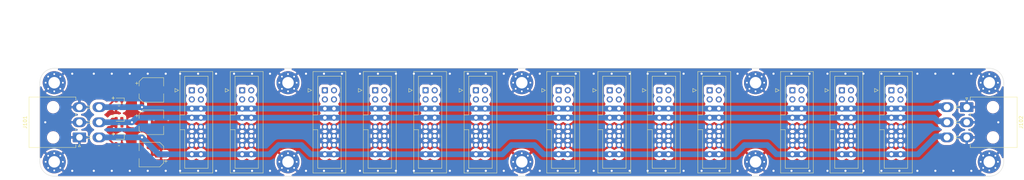
<source format=kicad_pcb>
(kicad_pcb (version 20221018) (generator pcbnew)
  (layers (0 "F.Cu" signal) (31 "B.Cu" signal) (34 "B.Paste" user) (35 "F.Paste" user) (36 "B.SilkS" user "B.Silkscreen") (37 "F.SilkS" user "F.Silkscreen") (38 "B.Mask" user) (39 "F.Mask" user) (44 "Edge.Cuts" user))
  (net 0 "")
  (net 1 "GND")
  (net 2 "Net-(D101-K)")
  (net 3 "Net-(D102-K)")
  (net 4 "Net-(D103-K)")
  (net 6 "+5V")
  (net 7 "+12V")
  (net 8 "-12V")
  (footprint "Connector_Molex:Molex_Mini-Fit_Jr_5569-06A2_2x03_P4.20mm_Horizontal" (layer "F.Cu") (at 270.725 60.8 -90)
    (fp_text reference "J102")
    (fp_text value "Conn_02x03_Top_Bottom")
  )
  (footprint "Connector_IDC:IDC-Header_2x08_P2.54mm_Vertical" (layer "F.Cu") (at 157.2475 56.11)
    (fp_text reference "J106" hide)
    (fp_text value "Conn_02x08_Odd_Even")
  )
  (footprint "MountingHole:MountingHole_3.2mm_M3_Pad_Via" (layer "F.Cu") (at 212 54)
    (fp_text reference "H109" hide)
    (fp_text value "MountingHole_Pad")
  )
  (footprint "Connector_Molex:Molex_Mini-Fit_Jr_5569-06A2_2x03_P4.20mm_Horizontal" (layer "F.Cu") (at 24 69.2 90)
    (fp_text reference "J101")
    (fp_text value "Conn_02x03_Top_Bottom")
  )
  (footprint "Connector_IDC:IDC-Header_2x08_P2.54mm_Vertical" (layer "F.Cu") (at 55.2475 56.11)
    (fp_text reference "J112" hide)
    (fp_text value "Conn_02x08_Odd_Even")
  )
  (footprint "MountingHole:MountingHole_3.2mm_M3_Pad_Via" (layer "F.Cu") (at 147 54)
    (fp_text reference "H105" hide)
    (fp_text value "MountingHole_Pad")
  )
  (footprint "Connector_IDC:IDC-Header_2x08_P2.54mm_Vertical" (layer "F.Cu") (at 222.2475 56.11)
    (fp_text reference "J113" hide)
    (fp_text value "Conn_02x08_Odd_Even")
  )
  (footprint "LED_SMD:LED_0603_1608Metric" (layer "F.Cu") (at 35 59 180)
    (fp_text reference "D101" hide)
    (fp_text value "RED")
  )
  (footprint "Connector_IDC:IDC-Header_2x08_P2.54mm_Vertical" (layer "F.Cu") (at 92.2475 56.11)
    (fp_text reference "J103" hide)
    (fp_text value "Conn_02x08_Odd_Even")
  )
  (footprint "Connector_IDC:IDC-Header_2x08_P2.54mm_Vertical" (layer "F.Cu") (at 171.46 56.11)
    (fp_text reference "J107" hide)
    (fp_text value "Conn_02x08_Odd_Even")
  )
  (footprint "Resistor_SMD:R_0603_1608Metric" (layer "F.Cu") (at 35 66 180)
    (fp_text reference "R103" hide)
    (fp_text value "1k")
  )
  (footprint "Capacitor_SMD:CP_Elec_6.3x7.7" (layer "F.Cu") (at 44 74 180)
    (fp_text reference "C102" hide)
    (fp_text value "100uF/25V")
  )
  (footprint "Capacitor_SMD:CP_Elec_6.3x7.7" (layer "F.Cu") (at 44 56)
    (fp_text reference "C101" hide)
    (fp_text value "100uF/25V")
  )
  (footprint "LED_SMD:LED_0603_1608Metric" (layer "F.Cu") (at 35 64 180)
    (fp_text reference "D103" hide)
    (fp_text value "RED")
  )
  (footprint "Connector_IDC:IDC-Header_2x08_P2.54mm_Vertical" (layer "F.Cu") (at 236.005 56.11)
    (fp_text reference "J114" hide)
    (fp_text value "Conn_02x08_Odd_Even")
  )
  (footprint "MountingHole:MountingHole_3.2mm_M3_Pad_Via" (layer "F.Cu") (at 147 76)
    (fp_text reference "H108" hide)
    (fp_text value "MountingHole_Pad")
  )
  (footprint "MountingHole:MountingHole_3.2mm_M3_Pad_Via" (layer "F.Cu") (at 212 76)
    (fp_text reference "H110" hide)
    (fp_text value "MountingHole_Pad")
  )
  (footprint "MountingHole:MountingHole_3.2mm_M3_Pad_Via" (layer "F.Cu") (at 17 54)
    (fp_text reference "H103" hide)
    (fp_text value "MountingHole_Pad")
  )
  (footprint "LED_SMD:LED_0603_1608Metric" (layer "F.Cu") (at 35 69 180)
    (fp_text reference "D102" hide)
    (fp_text value "RED")
  )
  (footprint "Resistor_SMD:R_0603_1608Metric" (layer "F.Cu") (at 35 61 180)
    (fp_text reference "R101" hide)
    (fp_text value "1k")
  )
  (footprint "Connector_IDC:IDC-Header_2x08_P2.54mm_Vertical" (layer "F.Cu") (at 106.2475 56.11)
    (fp_text reference "J108" hide)
    (fp_text value "Conn_02x08_Odd_Even")
  )
  (footprint "Capacitor_SMD:CP_Elec_6.3x7.7" (layer "F.Cu") (at 44 65)
    (fp_text reference "C103" hide)
    (fp_text value "100uF/25V")
  )
  (footprint "Connector_IDC:IDC-Header_2x08_P2.54mm_Vertical" (layer "F.Cu") (at 134.2475 56.11)
    (fp_text reference "J105" hide)
    (fp_text value "Conn_02x08_Odd_Even")
  )
  (footprint "MountingHole:MountingHole_3.2mm_M3_Pad_Via" (layer "F.Cu") (at 277 54)
    (fp_text reference "H104" hide)
    (fp_text value "MountingHole_Pad")
  )
  (footprint "Connector_IDC:IDC-Header_2x08_P2.54mm_Vertical" (layer "F.Cu") (at 249.7775 56.11)
    (fp_text reference "J115" hide)
    (fp_text value "Conn_02x08_Odd_Even")
  )
  (footprint "Resistor_SMD:R_0603_1608Metric" (layer "F.Cu") (at 35 71 180)
    (fp_text reference "R102" hide)
    (fp_text value "1k")
  )
  (footprint "Connector_IDC:IDC-Header_2x08_P2.54mm_Vertical" (layer "F.Cu") (at 69.2475 56.11)
    (fp_text reference "J111" hide)
    (fp_text value "Conn_02x08_Odd_Even")
  )
  (footprint "MountingHole:MountingHole_3.2mm_M3_Pad_Via" (layer "F.Cu") (at 277 76)
    (fp_text reference "H102" hide)
    (fp_text value "MountingHole_Pad")
  )
  (footprint "Connector_IDC:IDC-Header_2x08_P2.54mm_Vertical" (layer "F.Cu") (at 120.2475 56.11)
    (fp_text reference "J104" hide)
    (fp_text value "Conn_02x08_Odd_Even")
  )
  (footprint "MountingHole:MountingHole_3.2mm_M3_Pad_Via" (layer "F.Cu") (at 82 54)
    (fp_text reference "H106" hide)
    (fp_text value "MountingHole_Pad")
  )
  (footprint "Connector_IDC:IDC-Header_2x08_P2.54mm_Vertical" (layer "F.Cu") (at 199.2475 56.11)
    (fp_text reference "J110" hide)
    (fp_text value "Conn_02x08_Odd_Even")
  )
  (footprint "Connector_IDC:IDC-Header_2x08_P2.54mm_Vertical" (layer "F.Cu") (at 185.2475 56.11)
    (fp_text reference "J109" hide)
    (fp_text value "Conn_02x08_Odd_Even")
  )
  (footprint "MountingHole:MountingHole_3.2mm_M3_Pad_Via" (layer "F.Cu") (at 82 76)
    (fp_text reference "H107" hide)
    (fp_text value "MountingHole_Pad")
  )
  (footprint "MountingHole:MountingHole_3.2mm_M3_Pad_Via" (layer "F.Cu") (at 17 76)
    (fp_text reference "H101" hide)
    (fp_text value "MountingHole_Pad")
  )
  (gr_arc (start 13 54) (mid 14.171573 51.171573) (end 17 50) (stroke (width 0.1)) (layer "Edge.Cuts"))
  (gr_line (start 281 54) (end 281 76) (stroke (width 0.1)) (layer "Edge.Cuts"))
  (gr_line (start 277 80) (end 17 80) (stroke (width 0.1)) (layer "Edge.Cuts"))
  (gr_arc (start 17 80) (mid 14.171573 78.828427) (end 13 76) (stroke (width 0.1)) (layer "Edge.Cuts"))
  (gr_line (start 13 76) (end 13 54) (stroke (width 0.1)) (layer "Edge.Cuts"))
  (gr_line (start 17 50) (end 277 50) (stroke (width 0.1)) (layer "Edge.Cuts"))
  (gr_arc (start 277 50) (mid 279.828427 51.171573) (end 281 54) (stroke (width 0.1)) (layer "Edge.Cuts"))
  (gr_arc (start 281 76) (mid 279.828427 78.828427) (end 277 80) (stroke (width 0.1)) (layer "Edge.Cuts"))
  (gr_text "+" (at 33.4 63.2) (layer "F.SilkS") (effects (font (size 1 1))))
  (gr_text "+" (at 33.4 68.2) (layer "F.SilkS") (effects (font (size 1 1))))
  (gr_text "+" (at 33.4 58.2) (layer "F.SilkS") (effects (font (size 1 1))))
  (via (at 247 51.5) (size 1.2) (drill 0.6) (layers "F.Cu" "B.Cu") (net 1))
  (via (at 237 78.5) (size 1.2) (drill 0.6) (layers "F.Cu" "B.Cu") (net 1))
  (via (at 207 78.5) (size 1.2) (drill 0.6) (layers "F.Cu" "B.Cu") (net 1))
  (via (at 187 51.5) (size 1.2) (drill 0.6) (layers "F.Cu" "B.Cu") (net 1))
  (via (at 43 51.5) (size 1.2) (drill 0.6) (layers "F.Cu" "B.Cu") (net 1))
  (via (at 107 51.5) (size 1.2) (drill 0.6) (layers "F.Cu" "B.Cu") (net 1))
  (via (at 157 51.5) (size 1.2) (drill 0.6) (layers "F.Cu" "B.Cu") (net 1))
  (via (at 142 51.5) (size 1.2) (drill 0.6) (layers "F.Cu" "B.Cu") (net 1))
  (via (at 182 78.5) (size 1.2) (drill 0.6) (layers "F.Cu" "B.Cu") (net 1))
  (via (at 22 51.5) (size 1.2) (drill 0.6) (layers "F.Cu" "B.Cu") (net 1))
  (via (at 207 51.5) (size 1.2) (drill 0.6) (layers "F.Cu" "B.Cu") (net 1))
  (via (at 122 78.5) (size 1.2) (drill 0.6) (layers "F.Cu" "B.Cu") (net 1))
  (via (at 257 51.5) (size 1.2) (drill 0.6) (layers "F.Cu" "B.Cu") (net 1))
  (via (at 182 51.5) (size 1.2) (drill 0.6) (layers "F.Cu" "B.Cu") (net 1))
  (via (at 117 78.5) (size 1.2) (drill 0.6) (layers "F.Cu" "B.Cu") (net 1))
  (via (at 217 51.5) (size 1.2) (drill 0.6) (layers "F.Cu" "B.Cu") (net 1))
  (via (at 107 78.5) (size 1.2) (drill 0.6) (layers "F.Cu" "B.Cu") (net 1))
  (via (at 162 51.5) (size 1.2) (drill 0.6) (layers "F.Cu" "B.Cu") (net 1))
  (via (at 267 78.5) (size 1.2) (drill 0.6) (layers "F.Cu" "B.Cu") (net 1))
  (via (at 202 78.5) (size 1.2) (drill 0.6) (layers "F.Cu" "B.Cu") (net 1))
  (via (at 28 78.5) (size 1.2) (drill 0.6) (layers "F.Cu" "B.Cu") (net 1))
  (via (at 62 78.5) (size 1.2) (drill 0.6) (layers "F.Cu" "B.Cu") (net 1))
  (via (at 152 78.5) (size 1.2) (drill 0.6) (layers "F.Cu" "B.Cu") (net 1))
  (via (at 222 78.5) (size 1.2) (drill 0.6) (layers "F.Cu" "B.Cu") (net 1))
  (via (at 152 51.5) (size 1.2) (drill 0.6) (layers "F.Cu" "B.Cu") (net 1))
  (via (at 97 78.5) (size 1.2) (drill 0.6) (layers "F.Cu" "B.Cu") (net 1))
  (via (at 197 78.5) (size 1.2) (drill 0.6) (layers "F.Cu" "B.Cu") (net 1))
  (via (at 187 78.5) (size 1.2) (drill 0.6) (layers "F.Cu" "B.Cu") (net 1))
  (via (at 62 51.5) (size 1.2) (drill 0.6) (layers "F.Cu" "B.Cu") (net 1))
  (via (at 227 78.5) (size 1.2) (drill 0.6) (layers "F.Cu" "B.Cu") (net 1))
  (via (at 43 78.5) (size 1.2) (drill 0.6) (layers "F.Cu" "B.Cu") (net 1))
  (via (at 132 78.5) (size 1.2) (drill 0.6) (layers "F.Cu" "B.Cu") (net 1))
  (via (at 112 51.5) (size 1.2) (drill 0.6) (layers "F.Cu" "B.Cu") (net 1))
  (via (at 167 51.5) (size 1.2) (drill 0.6) (layers "F.Cu" "B.Cu") (net 1))
  (via (at 33 78.5) (size 1.2) (drill 0.6) (layers "F.Cu" "B.Cu") (net 1))
  (via (at 157 78.5) (size 1.2) (drill 0.6) (layers "F.Cu" "B.Cu") (net 1))
  (via (at 192 51.5) (size 1.2) (drill 0.6) (layers "F.Cu" "B.Cu") (net 1))
  (via (at 262 51.5) (size 1.2) (drill 0.6) (layers "F.Cu" "B.Cu") (net 1))
  (via (at 52 51.5) (size 1.2) (drill 0.6) (layers "F.Cu" "B.Cu") (net 1))
  (via (at 217 78.5) (size 1.2) (drill 0.6) (layers "F.Cu" "B.Cu") (net 1))
  (via (at 22 78.5) (size 1.2) (drill 0.6) (layers "F.Cu" "B.Cu") (net 1))
  (via (at 28 51.5) (size 1.2) (drill 0.6) (layers "F.Cu" "B.Cu") (net 1))
  (via (at 72 78.5) (size 1.2) (drill 0.6) (layers "F.Cu" "B.Cu") (net 1))
  (via (at 67 51.5) (size 1.2) (drill 0.6) (layers "F.Cu" "B.Cu") (net 1))
  (via (at 72 51.5) (size 1.2) (drill 0.6) (layers "F.Cu" "B.Cu") (net 1))
  (via (at 92 51.5) (size 1.2) (drill 0.6) (layers "F.Cu" "B.Cu") (net 1))
  (via (at 137 51.5) (size 1.2) (drill 0.6) (layers "F.Cu" "B.Cu") (net 1))
  (via (at 57 51.5) (size 1.2) (drill 0.6) (layers "F.Cu" "B.Cu") (net 1))
  (via (at 252 78.5) (size 1.2) (drill 0.6) (layers "F.Cu" "B.Cu") (net 1))
  (via (at 122 51.5) (size 1.2) (drill 0.6) (layers "F.Cu" "B.Cu") (net 1))
  (via (at 242 78.5) (size 1.2) (drill 0.6) (layers "F.Cu" "B.Cu") (net 1))
  (via (at 67 78.5) (size 1.2) (drill 0.6) (layers "F.Cu" "B.Cu") (net 1))
  (via (at 132 51.5) (size 1.2) (drill 0.6) (layers "F.Cu" "B.Cu") (net 1))
  (via (at 192 78.5) (size 1.2) (drill 0.6) (layers "F.Cu" "B.Cu") (net 1))
  (via (at 142 78.5) (size 1.2) (drill 0.6) (layers "F.Cu" "B.Cu") (net 1))
  (via (at 247 78.5) (size 1.2) (drill 0.6) (layers "F.Cu" "B.Cu") (net 1))
  (via (at 242 51.5) (size 1.2) (drill 0.6) (layers "F.Cu" "B.Cu") (net 1))
  (via (at 92 78.5) (size 1.2) (drill 0.6) (layers "F.Cu" "B.Cu") (net 1))
  (via (at 272 78.5) (size 1.2) (drill 0.6) (layers "F.Cu" "B.Cu") (net 1))
  (via (at 172 51.5) (size 1.2) (drill 0.6) (layers "F.Cu" "B.Cu") (net 1))
  (via (at 48 51.5) (size 1.2) (drill 0.6) (layers "F.Cu" "B.Cu") (net 1))
  (via (at 117 51.5) (size 1.2) (drill 0.6) (layers "F.Cu" "B.Cu") (net 1))
  (via (at 87 51.5) (size 1.2) (drill 0.6) (layers "F.Cu" "B.Cu") (net 1))
  (via (at 272 51.5) (size 1.2) (drill 0.6) (layers "F.Cu" "B.Cu") (net 1))
  (via (at 137 78.5) (size 1.2) (drill 0.6) (layers "F.Cu" "B.Cu") (net 1))
  (via (at 202 51.5) (size 1.2) (drill 0.6) (layers "F.Cu" "B.Cu") (net 1))
  (via (at 52 78.5) (size 1.2) (drill 0.6) (layers "F.Cu" "B.Cu") (net 1))
  (via (at 162 78.5) (size 1.2) (drill 0.6) (layers "F.Cu" "B.Cu") (net 1))
  (via (at 177 51.5) (size 1.2) (drill 0.6) (layers "F.Cu" "B.Cu") (net 1))
  (via (at 177 78.5) (size 1.2) (drill 0.6) (layers "F.Cu" "B.Cu") (net 1))
  (via (at 262 78.5) (size 1.2) (drill 0.6) (layers "F.Cu" "B.Cu") (net 1))
  (via (at 197 51.5) (size 1.2) (drill 0.6) (layers "F.Cu" "B.Cu") (net 1))
  (via (at 222 51.5) (size 1.2) (drill 0.6) (layers "F.Cu" "B.Cu") (net 1))
  (via (at 232 78.5) (size 1.2) (drill 0.6) (layers "F.Cu" "B.Cu") (net 1))
  (via (at 57 78.5) (size 1.2) (drill 0.6) (layers "F.Cu" "B.Cu") (net 1))
  (via (at 279.5 65) (size 1.2) (drill 0.6) (layers "F.Cu" "B.Cu") (net 1))
  (via (at 252 51.5) (size 1.2) (drill 0.6) (layers "F.Cu" "B.Cu") (net 1))
  (via (at 77 78.5) (size 1.2) (drill 0.6) (layers "F.Cu" "B.Cu") (net 1))
  (via (at 102 51.5) (size 1.2) (drill 0.6) (layers "F.Cu" "B.Cu") (net 1))
  (via (at 167 78.5) (size 1.2) (drill 0.6) (layers "F.Cu" "B.Cu") (net 1))
  (via (at 14.5 65) (size 1.2) (drill 0.6) (layers "F.Cu" "B.Cu") (net 1))
  (via (at 87 78.5) (size 1.2) (drill 0.6) (layers "F.Cu" "B.Cu") (net 1))
  (via (at 102 78.5) (size 1.2) (drill 0.6) (layers "F.Cu" "B.Cu") (net 1))
  (via (at 127 51.5) (size 1.2) (drill 0.6) (layers "F.Cu" "B.Cu") (net 1))
  (via (at 33 51.5) (size 1.2) (drill 0.6) (layers "F.Cu" "B.Cu") (net 1))
  (via (at 38 51.5) (size 1.2) (drill 0.6) (layers "F.Cu" "B.Cu") (net 1))
  (via (at 97 51.5) (size 1.2) (drill 0.6) (layers "F.Cu" "B.Cu") (net 1))
  (via (at 267 51.5) (size 1.2) (drill 0.6) (layers "F.Cu" "B.Cu") (net 1))
  (via (at 172 78.5) (size 1.2) (drill 0.6) (layers "F.Cu" "B.Cu") (net 1))
  (via (at 38 78.5) (size 1.2) (drill 0.6) (layers "F.Cu" "B.Cu") (net 1))
  (via (at 127 78.5) (size 1.2) (drill 0.6) (layers "F.Cu" "B.Cu") (net 1))
  (via (at 257 78.5) (size 1.2) (drill 0.6) (layers "F.Cu" "B.Cu") (net 1))
  (via (at 232 51.5) (size 1.2) (drill 0.6) (layers "F.Cu" "B.Cu") (net 1))
  (via (at 237 51.5) (size 1.2) (drill 0.6) (layers "F.Cu" "B.Cu") (net 1))
  (via (at 48 78.5) (size 1.2) (drill 0.6) (layers "F.Cu" "B.Cu") (net 1))
  (via (at 227 51.5) (size 1.2) (drill 0.6) (layers "F.Cu" "B.Cu") (net 1))
  (via (at 77 51.5) (size 1.2) (drill 0.6) (layers "F.Cu" "B.Cu") (net 1))
  (via (at 112 78.5) (size 1.2) (drill 0.6) (layers "F.Cu" "B.Cu") (net 1))
  (segment (start 35.7875 60.9625) (end 35.825 61) (width 0.5) (layer "F.Cu") (net 2))
  (segment (start 35.7875 59) (end 35.7875 60.9625) (width 0.5) (layer "F.Cu") (net 2))
  (segment (start 35.7875 70.9625) (end 35.825 71) (width 0.5) (layer "F.Cu") (net 3))
  (segment (start 35.7875 69) (end 35.7875 70.9625) (width 0.5) (layer "F.Cu") (net 3))
  (segment (start 35.7875 65.9625) (end 35.825 66) (width 0.5) (layer "F.Cu") (net 4))
  (segment (start 35.7875 64) (end 35.7875 65.9625) (width 0.5) (layer "F.Cu") (net 4))
  (segment (start 41.4 60.8) (end 41.4 56.1) (width 1.2) (layer "F.Cu") (net 6))
  (segment (start 41.4 56.1) (end 41.3 56) (width 1.2) (layer "F.Cu") (net 6))
  (segment (start 34.2125 59) (end 33.5 59) (width 0.5) (layer "F.Cu") (net 6))
  (segment (start 31.7 60.8) (end 29.5 60.8) (width 0.5) (layer "F.Cu") (net 6))
  (segment (start 33.5 59) (end 31.7 60.8) (width 0.5) (layer "F.Cu") (net 6))
  (via (at 41.4 60.8) (size 1.2) (drill 0.6) (layers "F.Cu" "B.Cu") (net 6))
  (segment (start 201.7875 61.19) (end 222.2475 61.19) (width 1.6) (layer "B.Cu") (net 6))
  (segment (start 262.475 60.525) (end 266.225 60.525) (width 1.6) (layer "B.Cu") (net 6))
  (segment (start 157.2475 61.19) (end 136.7875 61.19) (width 1.6) (layer "B.Cu") (net 6))
  (segment (start 55.2475 61.19) (end 41.79 61.19) (width 1.6) (layer "B.Cu") (net 6))
  (segment (start 41.4 60.8) (end 29.5 60.8) (width 1.6) (layer "B.Cu") (net 6))
  (segment (start 55.2475 61.19) (end 71.7875 61.19) (width 1.6) (layer "B.Cu") (net 6))
  (segment (start 92.2475 61.19) (end 136.7875 61.19) (width 1.6) (layer "B.Cu") (net 6))
  (segment (start 222.2475 61.19) (end 252.3175 61.19) (width 1.6) (layer "B.Cu") (net 6))
  (segment (start 71.7875 61.19) (end 92.2475 61.19) (width 1.6) (layer "B.Cu") (net 6))
  (segment (start 261.81 61.19) (end 262.475 60.525) (width 1.6) (layer "B.Cu") (net 6))
  (segment (start 252.3175 61.19) (end 261.81 61.19) (width 1.6) (layer "B.Cu") (net 6))
  (segment (start 157.2475 61.19) (end 201.7875 61.19) (width 1.6) (layer "B.Cu") (net 6))
  (segment (start 41.79 61.19) (end 41.4 60.8) (width 1.6) (layer "B.Cu") (net 6))
  (segment (start 38.6 65) (end 41.3 65) (width 1.2) (layer "F.Cu") (net 7))
  (segment (start 34.2125 64) (end 33.1 64) (width 0.5) (layer "F.Cu") (net 7))
  (segment (start 32.1 65) (end 29.5 65) (width 0.5) (layer "F.Cu") (net 7))
  (segment (start 33.1 64) (end 32.1 65) (width 0.5) (layer "F.Cu") (net 7))
  (via (at 38.6 65) (size 1.2) (drill 0.6) (layers "F.Cu" "B.Cu") (net 7))
  (segment (start 136.7875 63.73) (end 157.2475 63.73) (width 1.6) (layer "B.Cu") (net 7))
  (segment (start 157.2475 63.73) (end 201.7875 63.73) (width 1.6) (layer "B.Cu") (net 7))
  (segment (start 55.2475 63.73) (end 71.7875 63.73) (width 1.6) (layer "B.Cu") (net 7))
  (segment (start 252.3175 63.73) (end 222.2475 63.73) (width 1.6) (layer "B.Cu") (net 7))
  (segment (start 252.3175 63.73) (end 261.73 63.73) (width 1.6) (layer "B.Cu") (net 7))
  (segment (start 92.2475 63.73) (end 71.7875 63.73) (width 1.6) (layer "B.Cu") (net 7))
  (segment (start 222.2475 63.73) (end 201.7875 63.73) (width 1.6) (layer "B.Cu") (net 7))
  (segment (start 262.725 64.725) (end 261.73 63.73) (width 1.6) (layer "B.Cu") (net 7))
  (segment (start 55.2475 63.73) (end 39.87 63.73) (width 1.6) (layer "B.Cu") (net 7))
  (segment (start 92.2475 63.73) (end 136.7875 63.73) (width 1.6) (layer "B.Cu") (net 7))
  (segment (start 266.225 64.725) (end 262.725 64.725) (width 1.6) (layer "B.Cu") (net 7))
  (segment (start 39.87 63.73) (end 38.6 65) (width 1.6) (layer "B.Cu") (net 7))
  (segment (start 38.6 65) (end 29.5 65) (width 1.6) (layer "B.Cu") (net 7))
  (segment (start 31.7 69.2) (end 29.5 69.2) (width 0.5) (layer "F.Cu") (net 8))
  (segment (start 41.3 74) (end 41.3 69.2975) (width 1.2) (layer "F.Cu") (net 8))
  (segment (start 33.5 71) (end 31.7 69.2) (width 0.5) (layer "F.Cu") (net 8))
  (segment (start 41.3 69.2975) (end 41.3975 69.2) (width 1.2) (layer "F.Cu") (net 8))
  (segment (start 34.175 71) (end 33.5 71) (width 0.5) (layer "F.Cu") (net 8))
  (via (at 41.3975 69.2) (size 1.2) (drill 0.6) (layers "F.Cu" "B.Cu") (net 8))
  (segment (start 222.2475 73.89) (end 252.3175 73.89) (width 1.6) (layer "B.Cu") (net 8))
  (segment (start 141.6075 73.89) (end 144.1475 71.35) (width 1.6) (layer "B.Cu") (net 8))
  (segment (start 217.8075 73.89) (end 222.2475 73.89) (width 1.6) (layer "B.Cu") (net 8))
  (segment (start 266.225 68.925) (end 262.1425 68.925) (width 1.6) (layer "B.Cu") (net 8))
  (segment (start 153.0375 73.89) (end 157.2475 73.89) (width 1.6) (layer "B.Cu") (net 8))
  (segment (start 71.7875 73.89) (end 76.8375 73.89) (width 1.6) (layer "B.Cu") (net 8))
  (segment (start 41.3975 69.2) (end 46.0875 73.89) (width 1.6) (layer "B.Cu") (net 8))
  (segment (start 55.2475 73.89) (end 46.0875 73.89) (width 1.6) (layer "B.Cu") (net 8))
  (segment (start 92.2475 73.89) (end 136.7875 73.89) (width 1.6) (layer "B.Cu") (net 8))
  (segment (start 144.1475 71.35) (end 150.4975 71.35) (width 1.6) (layer "B.Cu") (net 8))
  (segment (start 257.1775 73.89) (end 252.3175 73.89) (width 1.6) (layer "B.Cu") (net 8))
  (segment (start 29.5 69.2) (end 41.3975 69.2) (width 1.6) (layer "B.Cu") (net 8))
  (segment (start 157.2475 73.89) (end 201.7875 73.89) (width 1.6) (layer "B.Cu") (net 8))
  (segment (start 55.2475 73.89) (end 71.7875 73.89) (width 1.6) (layer "B.Cu") (net 8))
  (segment (start 76.8375 73.89) (end 79.3775 71.35) (width 1.6) (layer "B.Cu") (net 8))
  (segment (start 208.9175 71.35) (end 215.2675 71.35) (width 1.6) (layer "B.Cu") (net 8))
  (segment (start 79.3775 71.35) (end 85.7275 71.35) (width 1.6) (layer "B.Cu") (net 8))
  (segment (start 262.1425 68.925) (end 257.1775 73.89) (width 1.6) (layer "B.Cu") (net 8))
  (segment (start 88.2675 73.89) (end 92.2475 73.89) (width 1.6) (layer "B.Cu") (net 8))
  (segment (start 136.7875 73.89) (end 141.6075 73.89) (width 1.6) (layer "B.Cu") (net 8))
  (segment (start 85.7275 71.35) (end 88.2675 73.89) (width 1.6) (layer "B.Cu") (net 8))
  (segment (start 215.2675 71.35) (end 217.8075 73.89) (width 1.6) (layer "B.Cu") (net 8))
  (segment (start 201.7875 73.89) (end 206.3775 73.89) (width 1.6) (layer "B.Cu") (net 8))
  (segment (start 206.3775 73.89) (end 208.9175 71.35) (width 1.6) (layer "B.Cu") (net 8))
  (segment (start 150.4975 71.35) (end 153.0375 73.89) (width 1.6) (layer "B.Cu") (net 8))
  (zone (net 1) (net_name "GND") (layers "F&B.Cu") (connect_pads (clearance 0.8)) (min_thickness 0.5) (fill yes (thermal_gap 0.508) (thermal_bridge_width 0.7))
    (polygon (pts (xy 281 80) (xy 13 80) (xy 13 50) (xy 281 50)))
  )
)
</source>
